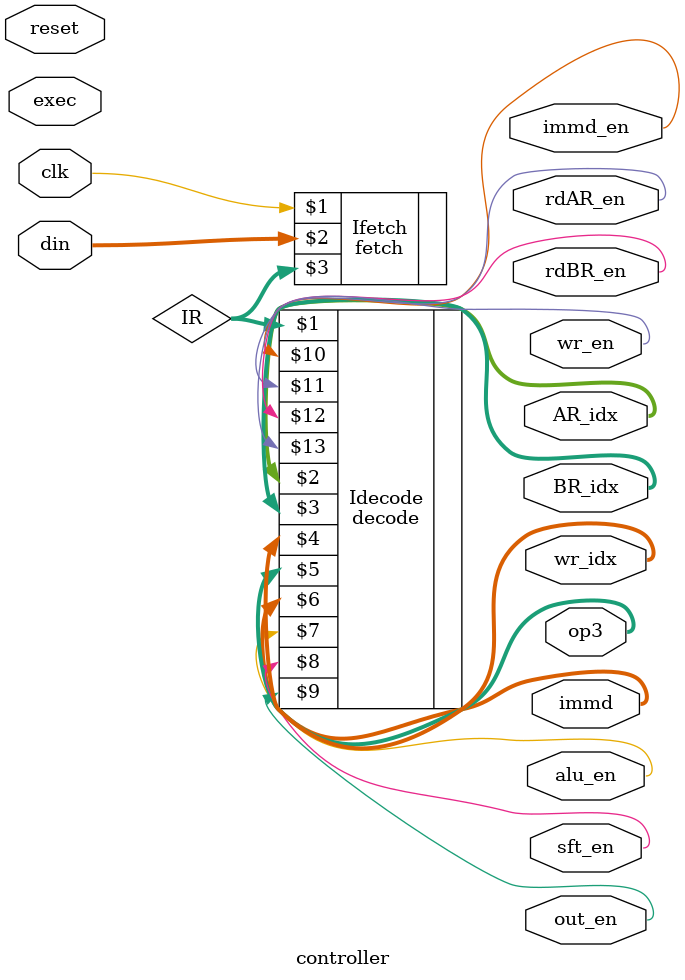
<source format=v>
module controller (
clk, reset, exec, din, AR_idx, BR_idx, wr_idx, op3, immd, alu_en, sft_en, out_en, immd_en, rdAR_en, rdBR_en, wr_en

);
input clk, reset, exec;
input [15:0] din;

output alu_en, sft_en, out_en, immd_en, rdAR_en, rdBR_en, wr_en;
output [2:0] AR_idx, BR_idx, wr_idx;
output [3:0] op3;
output [7:0] immd;

reg [15:0] IR;

fetch Ifetch(clk, din, IR);

decode Idecode(IR, AR_idx, BR_idx, wr_idx, op3, immd, alu_en, sft_en, out_en, immd_en, rdAR_en, rdBR_en, wr_en);

endmodule

</source>
